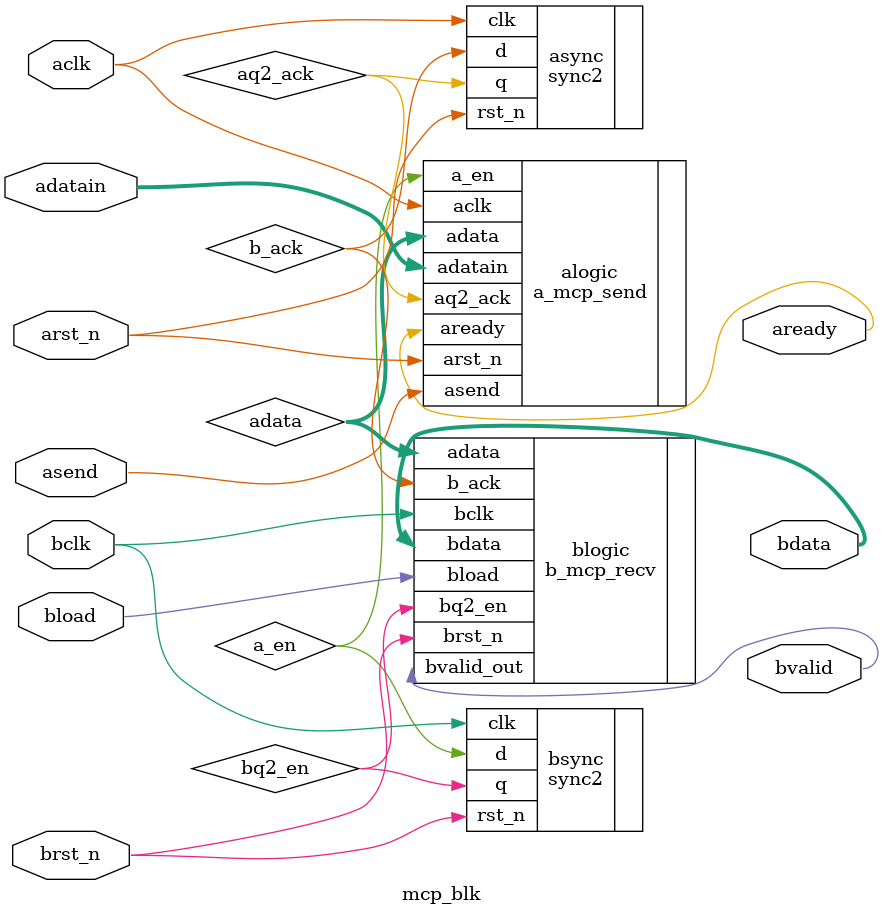
<source format=sv>
module mcp_blk #(
    parameter DW = 8
)(
    input logic aclk, 
    input logic arst_n,
    input logic asend,
    input logic [DW-1:0] adatain,
    output logic aready, // ready to receive next data

    input logic bclk, 
    input logic brst_n,
    input logic bload,
    output logic [DW-1:0] bdata,
    output logic bvalid // bdata valid (ready)
 );
 
 logic [DW-1:0] adata; // internal data bus
 logic b_ack; // acknowledge enable signal
 logic a_en; // control enable signal
 logic bq2_en; // control - sync output
 logic aq2_ack; // feedback - sync output

 sync2 async (.clk(aclk), .rst_n(arst_n), .d(b_ack), .q(aq2_ack));
 sync2 bsync (.clk(bclk), .rst_n(brst_n), .d(a_en), .q(bq2_en));
 
 a_mcp_send alogic (
    .aclk(aclk), 
    .arst_n(arst_n),
    .adatain(adatain),
    .asend(asend),
    .aq2_ack(aq2_ack),
    .adata(adata),
    .a_en(a_en),
    .aready(aready)
);
 
b_mcp_recv blogic (
    .bclk(bclk), 
    .brst_n(brst_n),
    .adata(adata),
    .bload(bload),
    .bq2_en(bq2_en),
    .bdata(bdata),
    .bvalid_out(bvalid),
    .b_ack(b_ack)
 );

endmodule
</source>
